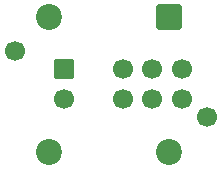
<source format=gbs>
G04 #@! TF.GenerationSoftware,KiCad,Pcbnew,6.0.1-79c1e3a40b~116~ubuntu20.04.1*
G04 #@! TF.CreationDate,2022-01-29T17:03:47-05:00*
G04 #@! TF.ProjectId,herovco_switch,6865726f-7663-46f5-9f73-77697463682e,rev?*
G04 #@! TF.SameCoordinates,Original*
G04 #@! TF.FileFunction,Soldermask,Bot*
G04 #@! TF.FilePolarity,Negative*
%FSLAX46Y46*%
G04 Gerber Fmt 4.6, Leading zero omitted, Abs format (unit mm)*
G04 Created by KiCad (PCBNEW 6.0.1-79c1e3a40b~116~ubuntu20.04.1) date 2022-01-29 17:03:47*
%MOMM*%
%LPD*%
G01*
G04 APERTURE LIST*
G04 Aperture macros list*
%AMRoundRect*
0 Rectangle with rounded corners*
0 $1 Rounding radius*
0 $2 $3 $4 $5 $6 $7 $8 $9 X,Y pos of 4 corners*
0 Add a 4 corners polygon primitive as box body*
4,1,4,$2,$3,$4,$5,$6,$7,$8,$9,$2,$3,0*
0 Add four circle primitives for the rounded corners*
1,1,$1+$1,$2,$3*
1,1,$1+$1,$4,$5*
1,1,$1+$1,$6,$7*
1,1,$1+$1,$8,$9*
0 Add four rect primitives between the rounded corners*
20,1,$1+$1,$2,$3,$4,$5,0*
20,1,$1+$1,$4,$5,$6,$7,0*
20,1,$1+$1,$6,$7,$8,$9,0*
20,1,$1+$1,$8,$9,$2,$3,0*%
G04 Aperture macros list end*
%ADD10RoundRect,0.300001X-0.799999X-0.799999X0.799999X-0.799999X0.799999X0.799999X-0.799999X0.799999X0*%
%ADD11C,2.200000*%
%ADD12C,1.700000*%
%ADD13RoundRect,0.050000X-0.800000X-0.800000X0.800000X-0.800000X0.800000X0.800000X-0.800000X0.800000X0*%
G04 APERTURE END LIST*
D10*
G04 #@! TO.C,J13*
X153228200Y-92325400D03*
G04 #@! TD*
D11*
G04 #@! TO.C,J14*
X153228200Y-103755400D03*
G04 #@! TD*
G04 #@! TO.C,J16*
X143068200Y-92325400D03*
G04 #@! TD*
G04 #@! TO.C,J15*
X143068200Y-103755400D03*
G04 #@! TD*
D12*
G04 #@! TO.C,SW2*
X156438200Y-100820400D03*
X140238200Y-95220400D03*
D13*
X144338200Y-96770400D03*
D12*
X149338200Y-96770400D03*
X151838200Y-96770400D03*
X154338200Y-96770400D03*
X144338200Y-99270400D03*
X149338200Y-99270400D03*
X151838200Y-99270400D03*
X154338200Y-99270400D03*
G04 #@! TD*
M02*

</source>
